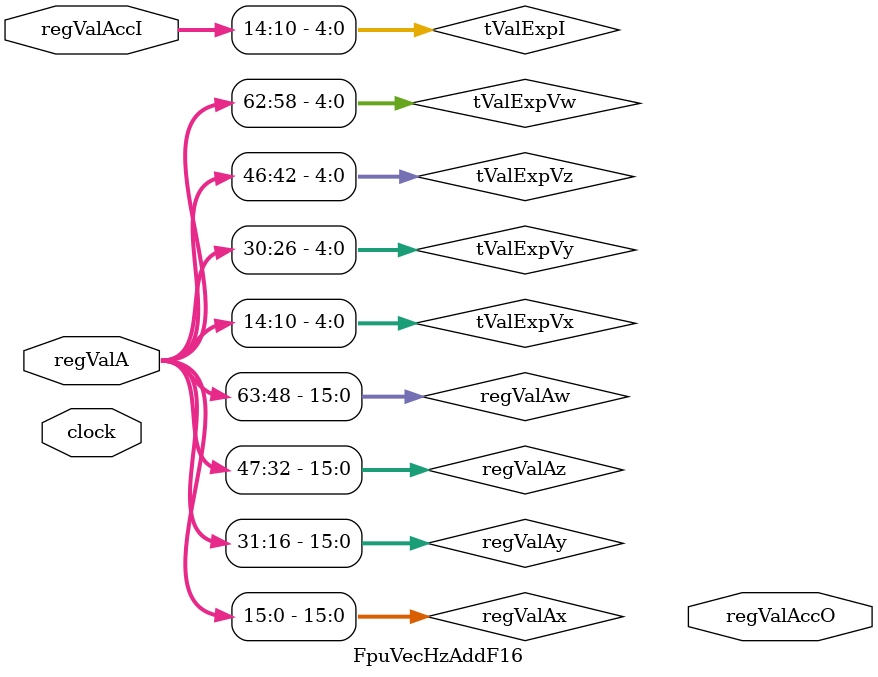
<source format=v>
module FpuVecHzAddF16(
	clock,
	regValA, regValAccI, regValAccO);

input			clock;
input [63:0]	regValA;
input [15:0]	regValAccI;
output[15:0]	regValAccO;

wire[15:0]		regValAx;
wire[15:0]		regValAy;
wire[15:0]		regValAz;
wire[15:0]		regValAw;

assign	regValAx = regValA[15: 0];
assign	regValAy = regValA[31:16];
assign	regValAz = regValA[47:32];
assign	regValAw = regValA[63:48];

reg[4:0]		tValExpI;
reg[4:0]		tValExpVx;
reg[4:0]		tValExpVy;
reg[4:0]		tValExpVz;
reg[4:0]		tValExpVw;
reg[4:0]		tValExpVm;
reg[4:0]		tValExpSb;
reg[1:0]		tValExpSi;

always @*
begin
	tValExpI  = regValAccI[14:10];
	tValExpVx = regValAx[14:10];
	tValExpVy = regValAy[14:10];
	tValExpVz = regValAz[14:10];
	tValExpVw = regValAw[14:10];
	
	tValExpSb[0]=(tValExpVx<tValExpVy) ;
	tValExpSb[1]=(tValExpVx<tValExpVz) ;
	tValExpSb[2]=(tValExpVx<tValExpVw) ;
	tValExpSb[3]=(tValExpVz<tValExpVw) ;
	tValExpSb[4]=(tValExpVy<tValExpVz) | (tValExpVy<tValExpVw);
	
	case(tValExpSb)
		5'h00:  tValExpSi=0;
		5'h01:  tValExpSi=1;
		5'h03:  tValExpSi=1;
		5'h07:  tValExpSi=1;
		5'h08:  tValExpSi=0;
		5'h09:  tValExpSi=1;
		5'h0D:  tValExpSi=1;
		5'h0F:  tValExpSi=1;
		5'h10:  tValExpSi=0;
		5'h12:  tValExpSi=2;
		5'h13:  tValExpSi=2;
		5'h16:  tValExpSi=2;
		5'h17:  tValExpSi=2;
		5'h18:  tValExpSi=0;
		5'h1C:  tValExpSi=3;
		5'h1D:  tValExpSi=3;
		5'h1E:  tValExpSi=3;
		5'h1F:  tValExpSi=3;
		default: tValExpSi=0;
	endcase
	
	case(tValExpSi)
		2'b00: tValExpVm=tValExpVx;
		2'b01: tValExpVm=tValExpVy;
		2'b10: tValExpVm=tValExpVz;
		2'b11: tValExpVm=tValExpVw;
	endcase
end

endmodule

</source>
